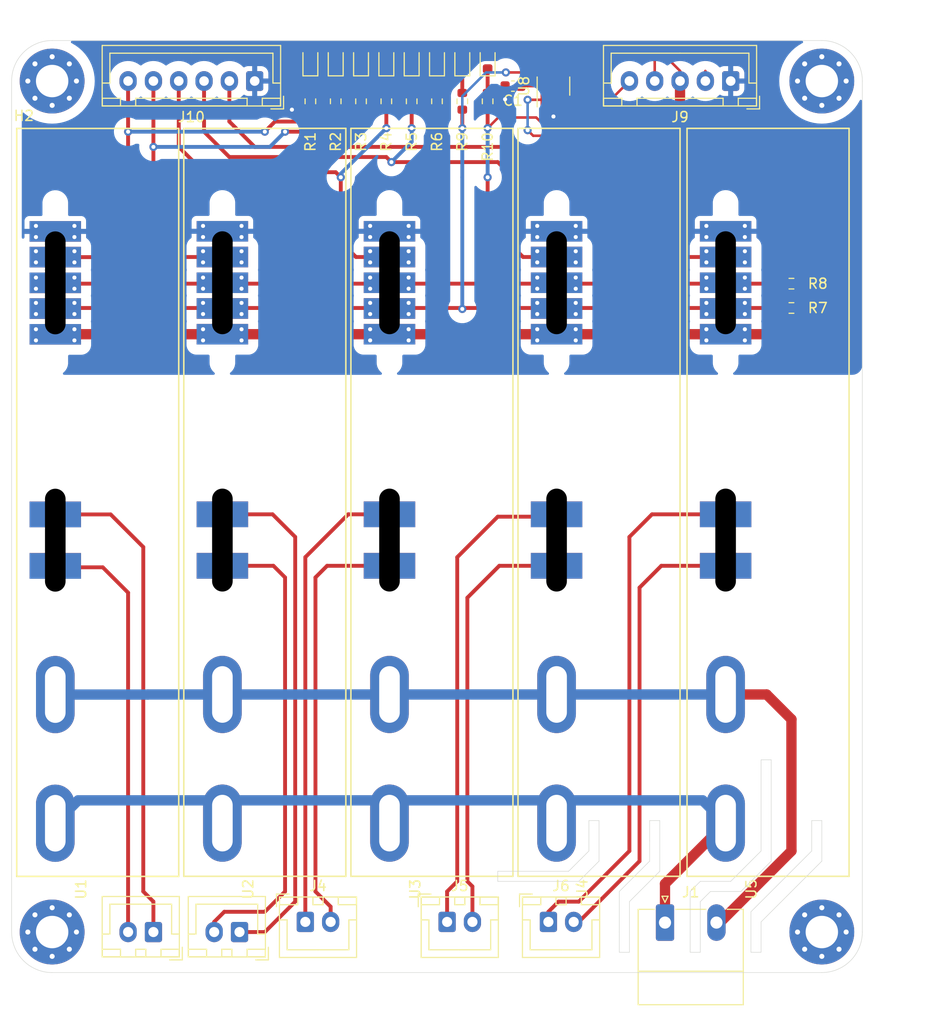
<source format=kicad_pcb>
(kicad_pcb (version 20221018) (generator pcbnew)
  (layers (0 "F.Cu" signal) (31 "B.Cu" signal) (34 "B.Paste" user) (35 "F.Paste" user) (36 "B.SilkS" user "B.Silkscreen") (37 "F.SilkS" user "F.Silkscreen") (38 "B.Mask" user) (39 "F.Mask" user) (44 "Edge.Cuts" user))
  (net 0 "")
  (net 1 "GND")
  (net 2 "+5V")
  (net 3 "+3V3")
  (net 4 "Net-(J3-Pin_1)")
  (net 5 "Net-(J3-Pin_2)")
  (net 6 "Net-(J4-Pin_1)")
  (net 7 "Net-(J1-Pin_1)")
  (net 8 "Net-(D1-K)")
  (net 9 "Net-(D2-K)")
  (net 10 "Net-(D3-K)")
  (net 11 "Net-(D4-K)")
  (net 12 "Net-(D5-K)")
  (net 13 "Net-(D6-K)")
  (net 14 "Net-(J2-Pin_1)")
  (net 15 "Net-(J2-Pin_2)")
  (net 16 "Net-(J4-Pin_2)")
  (net 17 "/TX")
  (net 18 "/RX")
  (net 19 "/BRX")
  (net 20 "/BTX")
  (net 21 "/PPS_2")
  (net 22 "/PPS_3")
  (net 23 "/PPS_1")
  (net 24 "Net-(J1-Pin_2)")
  (net 25 "Net-(J5-Pin_1)")
  (net 26 "Net-(J5-Pin_2)")
  (net 27 "Net-(J6-Pin_1)")
  (net 28 "Net-(J6-Pin_2)")
  (net 29 "/PPS_5")
  (net 30 "/PPS_4")
  (net 31 "Net-(D7-K)")
  (net 32 "Net-(D8-K)")
  (footprint "MountingHole:MountingHole_3.2mm_M3_Pad_Via" (layer "F.Cu") (at 80 -88)
    (fp_text reference "H4" hide)
    (fp_text value "MountingHole" hide)
  )
  (footprint "MountingHole:MountingHole_3.2mm_M3_Pad_Via" (layer "F.Cu") (at 80 -4)
    (fp_text reference "H3" hide)
    (fp_text value "MountingHole")
  )
  (footprint "MountingHole:MountingHole_3.2mm_M3_Pad_Via" (layer "F.Cu") (at 4 -88)
    (fp_text reference "H2")
    (fp_text value "MountingHole")
  )
  (footprint "MountingHole:MountingHole_3.2mm_M3_Pad_Via" (layer "F.Cu") (at 4 -4)
    (fp_text reference "H1" hide)
    (fp_text value "MountingHole")
  )
  (footprint "LED_SMD:LED_0603_1608Metric" (layer "F.Cu") (at 29.5 -90 90)
    (fp_text reference "D1" hide)
    (fp_text value "LED")
  )
  (footprint "Resistor_SMD:R_0603_1608Metric" (layer "F.Cu") (at 32 -86 -90)
    (fp_text reference "R2")
    (fp_text value "R_Small")
  )
  (footprint "Resistor_SMD:R_0603_1608Metric" (layer "F.Cu") (at 44.5 -86 -90)
    (fp_text reference "R9")
    (fp_text value "R_Small")
  )
  (footprint "Connector_JST:JST_XH_B2B-XH-A_1x02_P2.50mm_Vertical" (layer "F.Cu") (at 22.5 -4 180)
    (fp_text reference "J3" hide)
    (fp_text value "Conn_01x04")
  )
  (footprint "Resistor_SMD:R_0603_1608Metric" (layer "F.Cu") (at 29.5 -86 -90)
    (fp_text reference "R1")
    (fp_text value "R_Small")
  )
  (footprint "Connector_JST:JST_XH_B2B-XH-A_1x02_P2.50mm_Vertical" (layer "F.Cu") (at 53 -5)
    (fp_text reference "J6")
    (fp_text value "Conn_01x04")
  )
  (footprint "LED_SMD:LED_0603_1608Metric" (layer "F.Cu") (at 47 -90 90)
    (fp_text reference "D8" hide)
    (fp_text value "LED")
  )
  (footprint "custom:PZEM Card-Socket" (layer "F.Cu") (at 50 -9.5 90)
    (fp_text reference "U4")
    (fp_text value "~")
  )
  (footprint "LED_SMD:LED_0603_1608Metric" (layer "F.Cu") (at 42 -90 90)
    (fp_text reference "D6" hide)
    (fp_text value "LED")
  )
  (footprint "Connector_JST:JST_XH_B2B-XH-A_1x02_P2.50mm_Vertical" (layer "F.Cu") (at 43 -5)
    (fp_text reference "J5")
    (fp_text value "Conn_01x04")
  )
  (footprint "custom:PZEM Card-Socket" (layer "F.Cu") (at 17 -9.5 90)
    (fp_text reference "U2")
    (fp_text value "~")
  )
  (footprint "Connector_JST:JST_XH_B6B-XH-A_1x06_P2.50mm_Vertical" (layer "F.Cu") (at 24 -88 180)
    (fp_text reference "J10")
    (fp_text value "Conn_01x05")
  )
  (footprint "LED_SMD:LED_0603_1608Metric" (layer "F.Cu") (at 32 -90 90)
    (fp_text reference "D2" hide)
    (fp_text value "LED")
  )
  (footprint "LED_SMD:LED_0603_1608Metric" (layer "F.Cu") (at 39.5 -90 90)
    (fp_text reference "D5" hide)
    (fp_text value "LED")
  )
  (footprint "custom:PZEM Card-Socket" (layer "F.Cu") (at 0.5 -9.49 90)
    (fp_text reference "U1")
    (fp_text value "~")
  )
  (footprint "Resistor_SMD:R_0603_1608Metric" (layer "F.Cu") (at 42 -86 -90)
    (fp_text reference "R6")
    (fp_text value "R_Small")
  )
  (footprint "Capacitor_SMD:C_0603_1608Metric" (layer "F.Cu") (at 49.5 -87.5 180)
    (fp_text reference "C1")
    (fp_text value "0.1u")
  )
  (footprint "LED_SMD:LED_0603_1608Metric" (layer "F.Cu") (at 34.5 -90 90)
    (fp_text reference "D3" hide)
    (fp_text value "LED")
  )
  (footprint "Connector_Phoenix_MC_HighVoltage:PhoenixContact_MC_1,5_2-G-5.08_1x02_P5.08mm_Horizontal" (layer "F.Cu") (at 64.515 -4.9325)
    (fp_text reference "J1")
    (fp_text value "Conn_01x02")
  )
  (footprint "Connector_JST:JST_XH_B2B-XH-A_1x02_P2.50mm_Vertical" (layer "F.Cu") (at 14 -4 180)
    (fp_text reference "J2" hide)
    (fp_text value "Conn_01x04")
  )
  (footprint "custom:PZEM Card-Socket" (layer "F.Cu") (at 66.69 -9.5 90)
    (fp_text reference "U5")
    (fp_text value "~")
  )
  (footprint "Connector_JST:JST_XH_B2B-XH-A_1x02_P2.50mm_Vertical" (layer "F.Cu") (at 29 -5)
    (fp_text reference "J4")
    (fp_text value "Conn_01x04")
  )
  (footprint "Resistor_SMD:R_0603_1608Metric" (layer "F.Cu") (at 77 -68 180)
    (fp_text reference "R8")
    (fp_text value "R_Small")
  )
  (footprint "Resistor_SMD:R_0603_1608Metric" (layer "F.Cu") (at 37 -86 -90)
    (fp_text reference "R4")
    (fp_text value "R_Small")
  )
  (footprint "LED_SMD:LED_0603_1608Metric" (layer "F.Cu") (at 37 -90 90)
    (fp_text reference "D4" hide)
    (fp_text value "LED")
  )
  (footprint "Resistor_SMD:R_0603_1608Metric" (layer "F.Cu") (at 34.5 -86 -90)
    (fp_text reference "R3")
    (fp_text value "R_Small")
  )
  (footprint "Resistor_SMD:R_0603_1608Metric" (layer "F.Cu") (at 39.5 -86 -90)
    (fp_text reference "R5")
    (fp_text value "R_Small")
  )
  (footprint "Resistor_SMD:R_0603_1608Metric" (layer "F.Cu") (at 77 -65.6 180)
    (fp_text reference "R7")
    (fp_text value "R_Small")
  )
  (footprint "Package_TO_SOT_SMD:SOT-23-6_Handsoldering" (layer "F.Cu") (at 53.5 -87.5 90)
    (fp_text reference "U8")
    (fp_text value "74AUC2G07")
  )
  (footprint "Connector_JST:JST_XH_B5B-XH-A_1x05_P2.50mm_Vertical" (layer "F.Cu") (at 71 -88 180)
    (fp_text reference "J9")
    (fp_text value "Conn_01x05")
  )
  (footprint "Resistor_SMD:R_0603_1608Metric" (layer "F.Cu") (at 47 -86 -90)
    (fp_text reference "R10")
    (fp_text value "R_Small")
  )
  (footprint "LED_SMD:LED_0603_1608Metric" (layer "F.Cu") (at 44.5 -90 90)
    (fp_text reference "D7" hide)
    (fp_text value "LED")
  )
  (footprint "custom:PZEM Card-Socket" (layer "F.Cu") (at 33.5 -9.5 90)
    (fp_text reference "U3")
    (fp_text value "~")
  )
  (gr_line (start 60 -4) (end 60 -2) (stroke (width 0.05)) (layer "Edge.Cuts"))
  (gr_line (start 58 -11) (end 56 -9) (stroke (width 0.05)) (layer "Edge.Cuts"))
  (gr_line (start 71 -9) (end 68 -9) (stroke (width 0.05)) (layer "Edge.Cuts"))
  (gr_line (start 4 0) (end 80 0) (stroke (width 0.05)) (layer "Edge.Cuts"))
  (gr_line (start 61 -7) (end 64 -10) (stroke (width 0.05)) (layer "Edge.Cuts"))
  (gr_line (start 68 -7) (end 69 -8) (stroke (width 0.05)) (layer "Edge.Cuts"))
  (gr_arc (start 4 0) (mid 1.171573 -1.171573) (end 0 -4) (stroke (width 0.05)) (layer "Edge.Cuts"))
  (gr_line (start 80 -11) (end 80 -15) (stroke (width 0.05)) (layer "Edge.Cuts"))
  (gr_line (start 75 -21) (end 74 -21) (stroke (width 0.05)) (layer "Edge.Cuts"))
  (gr_line (start 61 -2) (end 61 -7) (stroke (width 0.05)) (layer "Edge.Cuts"))
  (gr_line (start 48 -10) (end 48 -9) (stroke (width 0.05)) (layer "Edge.Cuts"))
  (gr_line (start 74 -12) (end 71 -9) (stroke (width 0.05)) (layer "Edge.Cuts"))
  (gr_line (start 79 -14) (end 79 -12) (stroke (width 0.05)) (layer "Edge.Cuts"))
  (gr_line (start 67 -2) (end 68 -2) (stroke (width 0.05)) (layer "Edge.Cuts"))
  (gr_line (start 55 -10) (end 48 -10) (stroke (width 0.05)) (layer "Edge.Cuts"))
  (gr_arc (start 80 -92) (mid 82.828427 -90.828427) (end 84 -88) (stroke (width 0.05)) (layer "Edge.Cuts"))
  (gr_line (start 68 -9) (end 67 -8) (stroke (width 0.05)) (layer "Edge.Cuts"))
  (gr_line (start 60 -8) (end 60 -4) (stroke (width 0.05)) (layer "Edge.Cuts"))
  (gr_line (start 80 -92) (end 4 -92) (stroke (width 0.05)) (layer "Edge.Cuts"))
  (gr_line (start 74 -21) (end 74 -15) (stroke (width 0.05)) (layer "Edge.Cuts"))
  (gr_line (start 74 -2) (end 74 -5) (stroke (width 0.05)) (layer "Edge.Cuts"))
  (gr_line (start 68 -2) (end 68 -7) (stroke (width 0.05)) (layer "Edge.Cuts"))
  (gr_line (start 63 -15) (end 63 -13) (stroke (width 0.05)) (layer "Edge.Cuts"))
  (gr_line (start 57 -15) (end 57 -12) (stroke (width 0.05)) (layer "Edge.Cuts"))
  (gr_line (start 58 -15) (end 57 -15) (stroke (width 0.05)) (layer "Edge.Cuts"))
  (gr_line (start 67 -8) (end 67 -2) (stroke (width 0.05)) (layer "Edge.Cuts"))
  (gr_arc (start 0 -88) (mid 1.171573 -90.828427) (end 4 -92) (stroke (width 0.05)) (layer "Edge.Cuts"))
  (gr_line (start 73 -6) (end 73 -2) (stroke (width 0.05)) (layer "Edge.Cuts"))
  (gr_line (start 74 -15) (end 74 -12) (stroke (width 0.05)) (layer "Edge.Cuts"))
  (gr_line (start 73 -2) (end 74 -2) (stroke (width 0.05)) (layer "Edge.Cuts"))
  (gr_line (start 57 -12) (end 55 -10) (stroke (width 0.05)) (layer "Edge.Cuts"))
  (gr_line (start 60 -2) (end 61 -2) (stroke (width 0.05)) (layer "Edge.Cuts"))
  (gr_arc (start 84 -4) (mid 82.828427 -1.171573) (end 80 0) (stroke (width 0.05)) (layer "Edge.Cuts"))
  (gr_line (start 80 -15) (end 79 -15) (stroke (width 0.05)) (layer "Edge.Cuts"))
  (gr_line (start 84 -4) (end 84 -88) (stroke (width 0.05)) (layer "Edge.Cuts"))
  (gr_line (start 74 -5) (end 80 -11) (stroke (width 0.05)) (layer "Edge.Cuts"))
  (gr_line (start 79 -15) (end 79 -14) (stroke (width 0.05)) (layer "Edge.Cuts"))
  (gr_line (start 69 -8) (end 72 -8) (stroke (width 0.05)) (layer "Edge.Cuts"))
  (gr_line (start 63 -11) (end 60 -8) (stroke (width 0.05)) (layer "Edge.Cuts"))
  (gr_line (start 48 -9) (end 56 -9) (stroke (width 0.05)) (layer "Edge.Cuts"))
  (gr_line (start 64 -10) (end 64 -15) (stroke (width 0.05)) (layer "Edge.Cuts"))
  (gr_line (start 79 -12) (end 73 -6) (stroke (width 0.05)) (layer "Edge.Cuts"))
  (gr_line (start 72 -8) (end 75 -11) (stroke (width 0.05)) (layer "Edge.Cuts"))
  (gr_line (start 58 -11) (end 58 -15) (stroke (width 0.05)) (layer "Edge.Cuts"))
  (gr_line (start 64 -15) (end 63 -15) (stroke (width 0.05)) (layer "Edge.Cuts"))
  (gr_line (start 0 -88) (end 0 -4) (stroke (width 0.05)) (layer "Edge.Cuts"))
  (gr_line (start 75 -11) (end 75 -21) (stroke (width 0.05)) (layer "Edge.Cuts"))
  (gr_line (start 63 -13) (end 63 -11) (stroke (width 0.05)) (layer "Edge.Cuts"))
  (segment (start 29.5 -85.175) (end 27.675 -85.175) (width 0.381) (layer "F.Cu") (net 1))
  (segment (start 48.725 -87.5) (end 48.725 -86.2) (width 0.25) (layer "F.Cu") (net 1))
  (segment (start 53.5 -86.15) (end 53.5 -84.5) (width 0.25) (layer "F.Cu") (net 1))
  (via (at 22.7 -73.7) (size 0.8) (drill 0.4) (layers "F.Cu" "B.Cu") (net 1))
  (via (at 35.4 -72.6) (size 0.8) (drill 0.4) (layers "F.Cu" "B.Cu") (net 1))
  (via (at 55.7 -72.6) (size 0.8) (drill 0.4) (layers "F.Cu" "B.Cu") (net 1))
  (via (at 68.6 -72.6) (size 0.8) (drill 0.4) (layers "F.Cu" "B.Cu") (net 1))
  (via (at 55.7 -73.7) (size 0.8) (drill 0.4) (layers "F.Cu" "B.Cu") (net 1))
  (via (at 72.4 -72.6) (size 0.8) (drill 0.4) (layers "F.Cu" "B.Cu") (net 1))
  (via (at 72.4 -73.7) (size 0.8) (drill 0.4) (layers "F.Cu" "B.Cu") (net 1))
  (via (at 39.2 -73.7) (size 0.8) (drill 0.4) (layers "F.Cu" "B.Cu") (net 1))
  (via (at 51.9 -72.6) (size 0.8) (drill 0.4) (layers "F.Cu" "B.Cu") (net 1))
  (via (at 6.2 -72.6) (size 0.8) (drill 0.4) (layers "F.Cu" "B.Cu") (net 1))
  (via (at 35.4 -73.7) (size 0.8) (drill 0.4) (layers "F.Cu" "B.Cu") (net 1))
  (via (at 27.675 -85.175) (size 0.8) (drill 0.4) (layers "F.Cu" "B.Cu") (net 1))
  (via (at 22.7 -72.6) (size 0.8) (drill 0.4) (layers "F.Cu" "B.Cu") (net 1))
  (via (at 68.6 -73.7) (size 0.8) (drill 0.4) (layers "F.Cu" "B.Cu") (net 1))
  (via (at 2.4 -72.6) (size 0.8) (drill 0.4) (layers "F.Cu" "B.Cu") (net 1))
  (via (at 48.725 -86.2) (size 0.8) (drill 0.4) (layers "F.Cu" "B.Cu") (net 1))
  (via (at 39.2 -72.6) (size 0.8) (drill 0.4) (layers "F.Cu" "B.Cu") (net 1))
  (via (at 53.5 -84.5) (size 0.8) (drill 0.4) (layers "F.Cu" "B.Cu") (net 1))
  (via (at 51.9 -73.7) (size 0.8) (drill 0.4) (layers "F.Cu" "B.Cu") (net 1))
  (via (at 2.4 -73.7) (size 0.8) (drill 0.4) (layers "F.Cu" "B.Cu") (net 1))
  (via (at 18.9 -73.7) (size 0.8) (drill 0.4) (layers "F.Cu" "B.Cu") (net 1))
  (via (at 6.2 -73.7) (size 0.8) (drill 0.4) (layers "F.Cu" "B.Cu") (net 1))
  (via (at 18.9 -72.6) (size 0.8) (drill 0.4) (layers "F.Cu" "B.Cu") (net 1))
  (segment (start 4 -63.01) (end 70.5 -63.01) (width 1.016) (layer "F.Cu") (net 2))
  (segment (start 81 -65) (end 81 -75) (width 1.016) (layer "F.Cu") (net 2))
  (segment (start 47 -90.7875) (end 56.8875 -90.7875) (width 0.25) (layer "F.Cu") (net 2))
  (segment (start 29.5 -90.7875) (end 47 -90.7875) (width 0.25) (layer "F.Cu") (net 2))
  (segment (start 77.825 -63.335) (end 77.5 -63.01) (width 0.381) (layer "F.Cu") (net 2))
  (segment (start 53.25 -87.5) (end 50.275 -87.5) (width 0.25) (layer "F.Cu") (net 2))
  (segment (start 81 -75) (end 75 -81) (width 1.016) (layer "F.Cu") (net 2))
  (segment (start 75 -81) (end 69 -81) (width 1.016) (layer "F.Cu") (net 2))
  (segment (start 77.825 -65.6) (end 77.825 -68) (width 0.25) (layer "F.Cu") (net 2))
  (segment (start 53.5 -88.85) (end 53.5 -90.7875) (width 0.25) (layer "F.Cu") (net 2))
  (segment (start 53.5 -88.85) (end 53.5 -87.75) (width 0.25) (layer "F.Cu") (net 2))
  (segment (start 77.825 -65.6) (end 77.825 -63.335) (width 0.381) (layer "F.Cu") (net 2))
  (segment (start 63.5 -91.5) (end 66 -89) (width 0.25) (layer "F.Cu") (net 2))
  (segment (start 57.6 -91.5) (end 63.5 -91.5) (width 0.25) (layer "F.Cu") (net 2))
  (segment (start 53.5 -87.75) (end 53.25 -87.5) (width 0.25) (layer "F.Cu") (net 2))
  (segment (start 77.5 -63.01) (end 79.01 -63.01) (width 1.016) (layer "F.Cu") (net 2))
  (segment (start 72.274 -63.01) (end 77.5 -63.01) (width 1.016) (layer "F.Cu") (net 2))
  (segment (start 66 -84) (end 66 -88) (width 1.016) (layer "F.Cu") (net 2))
  (segment (start 56.8875 -90.7875) (end 57.6 -91.5) (width 0.25) (layer "F.Cu") (net 2))
  (segment (start 66 -89) (end 66 -88) (width 0.25) (layer "F.Cu") (net 2))
  (segment (start 79.01 -63.01) (end 81 -65) (width 1.016) (layer "F.Cu") (net 2))
  (segment (start 69 -81) (end 66 -84) (width 1.016) (layer "F.Cu") (net 2))
  (via (at 72.4 -63.5) (size 0.8) (drill 0.4) (layers "F.Cu" "B.Cu") (net 2))
  (via (at 39.2 -62.4) (size 0.8) (drill 0.4) (layers "F.Cu" "B.Cu") (net 2))
  (via (at 6.2 -63.5) (size 0.8) (drill 0.4) (layers "F.Cu" "B.Cu") (net 2))
  (via (at 6.2 -62.4) (size 0.8) (drill 0.4) (layers "F.Cu" "B.Cu") (net 2))
  (via (at 22.7 -63.5) (size 0.8) (drill 0.4) (layers "F.Cu" "B.Cu") (net 2))
  (via (at 2.4 -63.5) (size 0.8) (drill 0.4) (layers "F.Cu" "B.Cu") (net 2))
  (via (at 55.7 -62.4) (size 0.8) (drill 0.4) (layers "F.Cu" "B.Cu") (net 2))
  (via (at 55.7 -63.5) (size 0.8) (drill 0.4) (layers "F.Cu" "B.Cu") (net 2))
  (via (at 39.2 -63.5) (size 0.8) (drill 0.4) (layers "F.Cu" "B.Cu") (net 2))
  (via (at 68.6 -63.5) (size 0.8) (drill 0.4) (layers "F.Cu" "B.Cu") (net 2))
  (via (at 2.4 -62.4) (size 0.8) (drill 0.4) (layers "F.Cu" "B.Cu") (net 2))
  (via (at 68.6 -62.4) (size 0.8) (drill 0.4) (layers "F.Cu" "B.Cu") (net 2))
  (via (at 18.9 -63.5) (size 0.8) (drill 0.4) (layers "F.Cu" "B.Cu") (net 2))
  (via (at 51.9 -63.5) (size 0.8) (drill 0.4) (layers "F.Cu" "B.Cu") (net 2))
  (via (at 22.7 -62.4) (size 0.8) (drill 0.4) (layers "F.Cu" "B.Cu") (net 2))
  (via (at 72.4 -62.4) (size 0.8) (drill 0.4) (layers "F.Cu" "B.Cu") (net 2))
  (via (at 35.4 -62.4) (size 0.8) (drill 0.4) (layers "F.Cu" "B.Cu") (net 2))
  (via (at 18.9 -62.4) (size 0.8) (drill 0.4) (layers "F.Cu" "B.Cu") (net 2))
  (via (at 51.9 -62.4) (size 0.8) (drill 0.4) (layers "F.Cu" "B.Cu") (net 2))
  (via (at 35.4 -63.5) (size 0.8) (drill 0.4) (layers "F.Cu" "B.Cu") (net 2))
  (segment (start 68.5 -89) (end 68.5 -88) (width 0.25) (layer "F.Cu") (net 3))
  (segment (start 25.77 -45.23) (end 22.2665 -45.23) (width 0.381) (layer "F.Cu") (net 4))
  (segment (start 28 -7) (end 28 -43) (width 0.381) (layer "F.Cu") (net 4))
  (segment (start 25 -4) (end 28 -7) (width 0.381) (layer "F.Cu") (net 4))
  (segment (start 28 -43) (end 25.77 -45.23) (width 0.381) (layer "F.Cu") (net 4))
  (segment (start 22.5 -4) (end 25 -4) (width 0.381) (layer "F.Cu") (net 4))
  (segment (start 27 -8) (end 25 -6) (width 0.381) (layer "F.Cu") (net 5))
  (segment (start 25.85 -40.15) (end 27 -39) (width 0.381) (layer "F.Cu") (net 5))
  (segment (start 20 -5) (end 20 -4) (width 0.381) (layer "F.Cu") (net 5))
  (segment (start 21 -6) (end 20 -5) (width 0.381) (layer "F.Cu") (net 5))
  (segment (start 22.2665 -40.15) (end 25.85 -40.15) (width 0.381) (layer "F.Cu") (net 5))
  (segment (start 25 -6) (end 21 -6) (width 0.381) (layer "F.Cu") (net 5))
  (segment (start 27 -39) (end 27 -8) (width 0.381) (layer "F.Cu") (net 5))
  (segment (start 29 -41) (end 33.23 -45.23) (width 0.381) (layer "F.Cu") (net 6))
  (segment (start 29 -5) (end 29 -41) (width 0.381) (layer "F.Cu") (net 6))
  (segment (start 33.23 -45.23) (end 35.8535 -45.23) (width 0.381) (layer "F.Cu") (net 6))
  (segment (start 70.5 -14.75) (end 64.515 -8.765) (width 1.016) (layer "F.Cu") (net 7))
  (segment (start 64.515 -8.765) (end 64.515 -4.9325) (width 1.016) (layer "F.Cu") (net 7))
  (segment (start 6.57 -17) (end 68.23 -17) (width 1.016) (layer "B.Cu") (net 7))
  (segment (start 69.595 -13.845) (end 70.5 -14.75) (width 0.635) (layer "B.Cu") (net 7))
  (segment (start 68.23 -17) (end 70.49 -14.74) (width 1.016) (layer "B.Cu") (net 7))
  (segment (start 4.31 -14.74) (end 6.57 -17) (width 1.016) (layer "B.Cu") (net 7))
  (segment (start 70.49 -14.74) (end 70.5 -14.75) (width 0.635) (layer "B.Cu") (net 7))
  (segment (start 29.5 -86.825) (end 29.5 -89.2125) (width 0.381) (layer "F.Cu") (net 8))
  (segment (start 32 -89.2125) (end 32 -86.825) (width 0.381) (layer "F.Cu") (net 9))
  (segment (start 34.5 -86.825) (end 34.5 -89.2125) (width 0.381) (layer "F.Cu") (net 10))
  (segment (start 37 -89.2125) (end 37 -86.825) (width 0.381) (layer "F.Cu") (net 11))
  (segment (start 39.5 -89.2125) (end 39.5 -86.825) (width 0.381) (layer "F.Cu") (net 12))
  (segment (start 42 -89.2125) (end 42 -86.825) (width 0.381) (layer "F.Cu") (net 13))
  (segment (start 14 -7) (end 13 -8) (width 0.381) (layer "F.Cu") (net 14))
  (segment (start 13 -42) (end 9.78 -45.22) (width 0.381) (layer "F.Cu") (net 14))
  (segment (start 14 -4) (end 14 -7) (width 0.381) (layer "F.Cu") (net 14))
  (segment (start 9.78 -45.22) (end 5.7665 -45.22) (width 0.381) (layer "F.Cu") (net 14))
  (segment (start 13 -8) (end 13 -42) (width 0.381) (layer "F.Cu") (net 14))
  (segment (start 5.7665 -40) (end 5.7665 -40.14) (width 0.381) (layer "F.Cu") (net 15))
  (segment (start 11.5 -4) (end 11.5 -37.5) (width 0.381) (layer "F.Cu") (net 15))
  (segment (start 9 -40) (end 5.7665 -40) (width 0.381) (layer "F.Cu") (net 15))
  (segment (start 11.5 -37.5) (end 9 -40) (width 0.381) (layer "F.Cu") (net 15))
  (segment (start 31.5 -6.5) (end 30 -8) (width 0.381) (layer "F.Cu") (net 16))
  (segment (start 31.15 -40.15) (end 35.8535 -40.15) (width 0.381) (layer "F.Cu") (net 16))
  (segment (start 30 -8) (end 30 -39) (width 0.381) (layer "F.Cu") (net 16))
  (segment (start 31.5 -5) (end 31.5 -6.5) (width 0.381) (layer "F.Cu") (net 16))
  (segment (start 30 -39) (end 31.15 -40.15) (width 0.381) (layer "F.Cu") (net 16))
  (segment (start 63.5 -88) (end 63.5 -90) (width 0.25) (layer "F.Cu") (net 17))
  (segment (start 59.5 -90.5) (end 63 -90.5) (width 0.25) (layer "F.Cu") (net 17))
  (segment (start 58.5 -90.5) (end 59.5 -90.5) (width 0.25) (layer "F.Cu") (net 17))
  (segment (start 63.5 -90) (end 63 -90.5) (width 0.25) (layer "F.Cu") (net 17))
  (segment (start 56.85 -88.85) (end 58.5 -90.5) (width 0.25) (layer "F.Cu") (net 17))
  (segment (start 54.45 -88.85) (end 56.85 -88.85) (width 0.25) (layer "F.Cu") (net 17))
  (segment (start 55.6 -82.6) (end 57.375 -84.375) (width 0.25) (layer "F.Cu") (net 18))
  (segment (start 57 -84) (end 57.375 -84.375) (width 0.25) (layer "F.Cu") (net 18))
  (segment (start 52.55 -86.15) (end 50.95 -86.15) (width 0.25) (layer "F.Cu") (net 18))
  (segment (start 50.95 -83.15) (end 51.5 -82.6) (width 0.25) (layer "F.Cu") (net 18))
  (segment (start 51.5 -82.6) (end 55.6 -82.6) (width 0.25) (layer "F.Cu") (net 18))
  (segment (start 57.375 -84.375) (end 61 -88) (width 0.25) (layer "F.Cu") (net 18))
  (via (at 50.95 -83.15) (size 0.8) (drill 0.4) (layers "F.Cu" "B.Cu") (net 18))
  (via (at 50.95 -86.15) (size 0.8) (drill 0.4) (layers "F.Cu" "B.Cu") (net 18))
  (segment (start 50.95 -86.15) (end 50.95 -83.15) (width 0.25) (layer "B.Cu") (net 18))
  (segment (start 44.5 -85.175) (end 44.5 -83.35) (width 0.381) (layer "F.Cu") (net 19))
  (segment (start 3.675 -65.6) (end 76.175 -65.6) (width 0.381) (layer "F.Cu") (net 19))
  (segment (start 52.55 -88.85) (end 48.8 -88.85) (width 0.25) (layer "F.Cu") (net 19))
  (via (at 44.5 -65.5) (size 0.8) (drill 0.4) (layers "F.Cu" "B.Cu") (net 19))
  (via (at 18.9 -65) (size 0.8) (drill 0.4) (layers "F.Cu" "B.Cu") (net 19))
  (via (at 2.4 -66.1) (size 0.8) (drill 0.4) (layers "F.Cu" "B.Cu") (net 19))
  (via (at 35.4 -66.1) (size 0.8) (drill 0.4) (layers "F.Cu" "B.Cu") (net 19))
  (via (at 39.2 -66.1) (size 0.8) (drill 0.4) (layers "F.Cu" "B.Cu") (net 19))
  (via (at 35.4 -65) (size 0.8) (drill 0.4) (layers "F.Cu" "B.Cu") (net 19))
  (via (at 22.7 -66.1) (size 0.8) (drill 0.4) (layers "F.Cu" "B.Cu") (net 19))
  (via (at 72.4 -66.1) (size 0.8) (drill 0.4) (layers "F.Cu" "B.Cu") (net 19))
  (via (at 51.9 -65) (size 0.8) (drill 0.4) (layers "F.Cu" "B.Cu") (net 19))
  (via (at 55.7 -66.1) (size 0.8) (drill 0.4) (layers "F.Cu" "B.Cu") (net 19))
  (via (at 72.4 -65) (size 0.8) (drill 0.4) (layers "F.Cu" "B.Cu") (net 19))
  (via (at 68.6 -65) (size 0.8) (drill 0.4) (layers "F.Cu" "B.Cu") (net 19))
  (via (at 18.9 -66.1) (size 0.8) (drill 0.4) (layers "F.Cu" "B.Cu") (net 19))
  (via (at 55.7 -65) (size 0.8) (drill 0.4) (layers "F.Cu" "B.Cu") (net 19))
  (via (at 39.2 -65) (size 0.8) (drill 0.4) (layers "F.Cu" "B.Cu") (net 19))
  (via (at 22.7 -65) (size 0.8) (drill 0.4) (layers "F.Cu" "B.Cu") (net 19))
  (via (at 51.9 -66.1) (size 0.8) (drill 0.4) (layers "F.Cu" "B.Cu") (net 19))
  (via (at 44.5 -83.35) (size 0.8) (drill 0.4) (layers "F.Cu" "B.Cu") (net 19))
  (via (at 48.8 -88.85) (size 0.8) (drill 0.4) (layers "F.Cu" "B.Cu") (net 19))
  (via (at 6.2 -65) (size 0.8) (drill 0.4) (layers "F.Cu" "B.Cu") (net 19))
  (via (at 68.6 -66.1) (size 0.8) (drill 0.4) (layers "F.Cu" "B.Cu") (net 19))
  (via (at 2.4 -65) (size 0.8) (drill 0.4) (layers "F.Cu" "B.Cu") (net 19))
  (via (at 6.2 -66.1) (size 0.8) (drill 0.4) (layers "F.Cu" "B.Cu") (net 19))
  (segment (start 44.5 -83.35) (end 44.5 -78.5) (width 0.381) (layer "B.Cu") (net 19))
  (segment (start 44.5 -86.5) (end 44.5 -83.35) (width 0.25) (layer "B.Cu") (net 19))
  (segment (start 46.85 -88.85) (end 44.5 -86.5) (width 0.25) (layer "B.Cu") (net 19))
  (segment (start 44.5 -78.5) (end 44.5 -65.5) (width 0.381) (layer "B.Cu") (net 19))
  (segment (start 48.8 -88.85) (end 46.85 -88.85) (width 0.25) (layer "B.Cu") (net 19))
  (segment (start 3.675 -68) (end 47 -68) (width 0.381) (layer "F.Cu") (net 20))
  (segment (start 51.8 -84.4) (end 48.05 -84.4) (width 0.25) (layer "F.Cu") (net 20))
  (segment (start 47 -85.175) (end 47 -83.35) (width 0.381) (layer "F.Cu") (net 20))
  (segment (start 48.05 -84.4) (end 47 -83.35) (width 0.25) (layer "F.Cu") (net 20))
  (segment (start 54.45 -86.15) (end 54.45 -84.05) (width 0.25) (layer "F.Cu") (net 20))
  (segment (start 47 -68) (end 76.175 -68) (width 0.381) (layer "F.Cu") (net 20))
  (segment (start 52.8 -83.4) (end 51.8 -84.4) (width 0.25) (layer "F.Cu") (net 20))
  (segment (start 47 -78.5) (end 47 -68) (width 0.381) (layer "F.Cu") (net 20))
  (segment (start 54.45 -84.05) (end 53.8 -83.4) (width 0.25) (layer "F.Cu") (net 20))
  (segment (start 53.8 -83.4) (end 52.8 -83.4) (width 0.25) (layer "F.Cu") (net 20))
  (via (at 18.9 -68.6) (size 0.8) (drill 0.4) (layers "F.Cu" "B.Cu") (net 20))
  (via (at 47 -83.35) (size 0.8) (drill 0.4) (layers "F.Cu" "B.Cu") (net 20))
  (via (at 51.9 -68.6) (size 0.8) (drill 0.4) (layers "F.Cu" "B.Cu") (net 20))
  (via (at 72.4 -68.6) (size 0.8) (drill 0.4) (layers "F.Cu" "B.Cu") (net 20))
  (via (at 2.4 -67.5) (size 0.8) (drill 0.4) (layers "F.Cu" "B.Cu") (net 20))
  (via (at 2.4 -68.6) (size 0.8) (drill 0.4) (layers "F.Cu" "B.Cu") (net 20))
  (via (at 55.7 -67.5) (size 0.8) (drill 0.4) (layers "F.Cu" "B.Cu") (net 20))
  (via (at 18.9 -67.5) (size 0.8) (drill 0.4) (layers "F.Cu" "B.Cu") (net 20))
  (via (at 47 -78.5) (size 0.8) (drill 0.4) (layers "F.Cu" "B.Cu") (net 20))
  (via (at 68.6 -67.5) (size 0.8) (drill 0.4) (layers "F.Cu" "B.Cu") (net 20))
  (via (at 51.9 -67.5) (size 0.8) (drill 0.4) (layers "F.Cu" "B.Cu") (net 20))
  (via (at 72.4 -67.5) (size 0.8) (drill 0.4) (layers "F.Cu" "B.Cu") (net 20))
  (via (at 39.2 -67.5) (size 0.8) (drill 0.4) (layers "F.Cu" "B.Cu") (net 20))
  (via (at 22.7 -68.6) (size 0.8) (drill 0.4) (layers "F.Cu" "B.Cu") (net 20))
  (via (at 35.4 -67.5) (size 0.8) (drill 0.4) (layers "F.Cu" "B.Cu") (net 20))
  (via (at 39.2 -68.6) (size 0.8) (drill 0.4) (layers "F.Cu" "B.Cu") (net 20))
  (via (at 35.4 -68.6) (size 0.8) (drill 0.4) (layers "F.Cu" "B.Cu") (net 20))
  (via (at 68.6 -68.6) (size 0.8) (drill 0.4) (layers "F.Cu" "B.Cu") (net 20))
  (via (at 55.7 -68.6) (size 0.8) (drill 0.4) (layers "F.Cu" "B.Cu") (net 20))
  (via (at 6.2 -67.5) (size 0.8) (drill 0.4) (layers "F.Cu" "B.Cu") (net 20))
  (via (at 22.7 -67.5) (size 0.8) (drill 0.4) (layers "F.Cu" "B.Cu") (net 20))
  (via (at 6.2 -68.6) (size 0.8) (drill 0.4) (layers "F.Cu" "B.Cu") (net 20))
  (segment (start 47 -83.35) (end 47 -78.5) (width 0.381) (layer "B.Cu") (net 20))
  (segment (start 34.5 -84.5) (end 33 -83) (width 0.381) (layer "F.Cu") (net 21))
  (segment (start 14 -73) (end 16.37 -70.63) (width 0.381) (layer "F.Cu") (net 21))
  (segment (start 34.5 -85.175) (end 34.5 -84.5) (width 0.381) (layer "F.Cu") (net 21))
  (segment (start 16.37 -70.63) (end 19.3535 -70.63) (width 0.381) (layer "F.Cu") (net 21))
  (segment (start 33 -83) (end 27 -83) (width 0.381) (layer "F.Cu") (net 21))
  (segment (start 14 -88) (end 14 -73) (width 0.381) (layer "F.Cu") (net 21))
  (via (at 18.9 -70.1) (size 0.8) (drill 0.4) (layers "F.Cu" "B.Cu") (net 21))
  (via (at 22.7 -70.1) (size 0.8) (drill 0.4) (layers "F.Cu" "B.Cu") (net 21))
  (via (at 22.7 -71.2) (size 0.8) (drill 0.4) (layers "F.Cu" "B.Cu") (net 21))
  (via (at 27 -83) (size 0.8) (drill 0.4) (layers "F.Cu" "B.Cu") (net 21))
  (via (at 18.9 -71.2) (size 0.8) (drill 0.4) (layers "F.Cu" "B.Cu") (net 21))
  (via (at 14 -81.5) (size 0.8) (drill 0.4) (layers "F.Cu" "B.Cu") (net 21))
  (segment (start 27 -83) (end 25.5 -81.5) (width 0.381) (layer "B.Cu") (net 21))
  (segment (start 25.5 -81.5) (end 23.5 -81.5) (width 0.381) (layer "B.Cu") (net 21))
  (segment (start 23.5 -81.5) (end 14 -81.5) (width 0.381) (layer "B.Cu") (net 21))
  (segment (start 19 -79) (end 16.5 -81.5) (width 0.381) (layer "F.Cu") (net 22))
  (segment (start 32.5 -72.13) (end 34 -70.63) (width 0.381) (layer "F.Cu") (net 22))
  (segment (start 37 -85.175) (end 37 -83.35) (width 0.381) (layer "F.Cu") (net 22))
  (segment (start 32 -79) (end 19 -79) (width 0.381) (layer "F.Cu") (net 22))
  (segment (start 16.5 -81.5) (end 16.5 -88) (width 0.381) (layer "F.Cu") (net 22))
  (segment (start 32.5 -78.5) (end 32 -79) (width 0.381) (layer "F.Cu") (net 22))
  (segment (start 32.5 -78.5) (end 32.5 -72.13) (width 0.381) (layer "F.Cu") (net 22))
  (segment (start 34 -70.63) (end 35.8535 -70.63) (width 0.381) (layer "F.Cu") (net 22))
  (via (at 32.5 -78.5) (size 0.8) (drill 0.4) (layers "F.Cu" "B.Cu") (net 22))
  (via (at 39.2 -70.1) (size 0.8) (drill 0.4) (layers "F.Cu" "B.Cu") (net 22))
  (via (at 37 -83.35) (size 0.8) (drill 0.4) (layers "F.Cu" "B.Cu") (net 22))
  (via (at 39.2 -71.2) (size 0.8) (drill 0.4) (layers "F.Cu" "B.Cu") (net 22))
  (via (at 35.4 -70.1) (size 0.8) (drill 0.4) (layers "F.Cu" "B.Cu") (net 22))
  (via (at 35.4 -71.2) (size 0.8) (drill 0.4) (layers "F.Cu" "B.Cu") (net 22))
  (segment (start 32.5 -78.85) (end 37 -83.35) (width 0.381) (layer "B.Cu") (net 22))
  (segment (start 32.5 -78.5) (end 32.5 -78.85) (width 0.381) (layer "B.Cu") (net 22))
  (segment (start 31.5 -84) (end 26 -84) (width 0.381) (layer "F.Cu") (net 23))
  (segment (start 11.5 -74) (end 8.12 -70.62) (width 0.381) (layer "F.Cu") (net 23))
  (segment (start 26 -84) (end 25 -83) (width 0.381) (layer "F.Cu") (net 23))
  (segment (start 32 -84.5) (end 31.5 -84) (width 0.381) (layer "F.Cu") (net 23))
  (segment (start 11.5 -88) (end 11.5 -74) (width 0.381) (layer "F.Cu") (net 23))
  (segment (start 8.12 -70.62) (end 5.7665 -70.62) (width 0.381) (layer "F.Cu") (net 23))
  (segment (start 32 -85.175) (end 32 -84.5) (width 0.381) (layer "F.Cu") (net 23))
  (via (at 11.5 -83) (size 0.8) (drill 0.4) (layers "F.Cu" "B.Cu") (net 23))
  (via (at 25 -83) (size 0.8) (drill 0.4) (layers "F.Cu" "B.Cu") (net 23))
  (via (at 6.2 -70.1) (size 0.8) (drill 0.4) (layers "F.Cu" "B.Cu") (net 23))
  (via (at 6.2 -71.2) (size 0.8) (drill 0.4) (layers "F.Cu" "B.Cu") (net 23))
  (via (at 2.4 -70.1) (size 0.8) (drill 0.4) (layers "F.Cu" "B.Cu") (net 23))
  (via (at 2.4 -71.2) (size 0.8) (drill 0.4) (layers "F.Cu" "B.Cu") (net 23))
  (segment (start 25 -83) (end 11.5 -83) (width 0.381) (layer "B.Cu") (net 23))
  (segment (start 77 -12) (end 77 -25) (width 1.016) (layer "F.Cu") (net 24))
  (segment (start 74.55 -27.45) (end 70.5 -27.45) (width 1.016) (layer "F.Cu") (net 24))
  (segment (start 69.595 -4.9325) (end 69.9325 -4.9325) (width 1.016) (layer "F.Cu") (net 24))
  (segment (start 69.9325 -4.9325) (end 77 -12) (width 1.016) (layer "F.Cu") (net 24))
  (segment (start 77 -25) (end 74.55 -27.45) (width 1.016) (layer "F.Cu") (net 24))
  (segment (start 4.31 -27.44) (end 13.446889 -27.44) (width 1.016) (layer "B.Cu") (net 24))
  (segment (start 13.456889 -27.45) (end 70.5 -27.45) (width 1.016) (layer "B.Cu") (net 24))
  (segment (start 13.446889 -27.44) (end 13.456889 -27.45) (width 0.635) (layer "B.Cu") (net 24))
  (segment (start 44 -41) (end 48 -45) (width 0.381) (layer "F.Cu") (net 25))
  (segment (start 52.3535 -45) (end 52.3535 -45.23) (width 0.381) (layer "F.Cu") (net 25))
  (segment (start 44 -9) (end 43 -8) (width 0.381) (layer "F.Cu") (net 25))
  (segment (start 44 -9) (end 44 -41) (width 0.381) (layer "F.Cu") (net 25))
  (segment (start 48 -45) (end 52.3535 -45) (width 0.381) (layer "F.Cu") (net 25))
  (segment (start 43 -8) (end 43 -5) (width 0.381) (layer "F.Cu") (net 25))
  (segment (start 45.5 -8.5) (end 45.5 -5) (width 0.381) (layer "F.Cu") (net 26))
  (segment (start 45 -9) (end 45 -37) (width 0.381) (layer "F.Cu") (net 26))
  (segment (start 45 -37) (end 48.15 -40.15) (width 0.381) (layer "F.Cu") (net 26))
  (segment (start 45 -9) (end 45.5 -8.5) (width 0.381) (layer "F.Cu") (net 26))
  (segment (start 48.15 -40.15) (end 52.3535 -40.15) (width 0.381) (layer "F.Cu") (net 26))
  (segment (start 61 -12) (end 61 -43) (width 0.381) (layer "F.Cu") (net 27))
  (segment (start 63.23 -45.23) (end 69.0435 -45.23) (width 0.381) (layer "F.Cu") (net 27))
  (segment (start 53 -5) (end 53 -6) (width 0.381) (layer "F.Cu") (net 27))
  (segment (start 54 -7) (end 56 -7) (width 0.381) (layer "F.Cu") (net 27))
  (segment (start 61 -43) (end 63.23 -45.23) (width 0.381) (layer "F.Cu") (net 27))
  (segment (start 56 -7) (end 61 -12) (width 0.381) (layer "F.Cu") (net 27))
  (segment (start 53 -6) (end 54 -7) (width 0.381) (layer "F.Cu") (net 27))
  (segment (start 56 -5) (end 62 -11) (width 0.381) (layer "F.Cu") (net 28))
  (segment (start 64.15 -40.15) (end 69.0435 -40.15) (width 0.381) (layer "F.Cu") (net 28))
  (segment (start 62 -38) (end 64.15 -40.15) (width 0.381) (layer "F.Cu") (net 28))
  (segment (start 62 -11) (end 62 -38) (width 0.381) (layer "F.Cu") (net 28))
  (segment (start 55.5 -5) (end 56 -5) (width 0.381) (layer "F.Cu") (net 28))
  (segment (start 64.87 -70.63) (end 69.0435 -70.63) (width 0.381) (layer "F.Cu") (net 29))
  (segment (start 47 -81.5) (end 54 -81.5) (width 0.381) (layer "F.Cu") (net 29))
  (segment (start 54 -81.5) (end 64.87 -70.63) (width 0.381) (layer "F.Cu") (net 29))
  (segment (start 21.5 -88) (end 21.5 -84) (width 0.381) (layer "F.Cu") (net 29))
  (segment (start 42 -85.175) (end 42 -81.5) (width 0.381) (layer "F.Cu") (net 29))
  (segment (start 21.5 -84) (end 24 -81.5) (width 0.381) (layer "F.Cu") (net 29))
  (segment (start 24 -81.5) (end 42 -81.5) (width 0.381) (layer "F.Cu") (net 29))
  (segment (start 42 -81.5) (end 47 -81.5) (width 0.381) (layer "F.Cu") (net 29))
  (via (at 72.4 -70.1) (size 0.8) (drill 0.4) (layers "F.Cu" "B.Cu") (net 29))
  (via (at 72.4 -71.2) (size 0.8) (drill 0.4) (layers "F.Cu" "B.Cu") (net 29))
  (via (at 68.6 -71.2) (size 0.8) (drill 0.4) (layers "F.Cu" "B.Cu") (net 29))
  (via (at 68.6 -70.1) (size 0.8) (drill 0.4) (layers "F.Cu" "B.Cu") (net 29))
  (segment (start 19 -83) (end 21.5 -80.5) (width 0.381) (layer "F.Cu") (net 30))
  (segment (start 50 -71.13) (end 50.5 -70.63) (width 0.381) (layer "F.Cu") (net 30))
  (segment (start 37.5 -80) (end 48 -80) (width 0.381) (layer "F.Cu") (net 30))
  (segment (start 21.5 -80.5) (end 37 -80.5) (width 0.381) (layer "F.Cu") (net 30))
  (segment (start 37 -80.5) (end 37.5 -80) (width 0.381) (layer "F.Cu") (net 30))
  (segment (start 39.5 -85.175) (end 39.5 -83.35) (width 0.381) (layer "F.Cu") (net 30))
  (segment (start 50.5 -70.63) (end 52.3535 -70.63) (width 0.381) (layer "F.Cu") (net 30))
  (segment (start 50 -78) (end 50 -71.13) (width 0.381) (layer "F.Cu") (net 30))
  (segment (start 19 -88) (end 19 -83) (width 0.381) (layer "F.Cu") (net 30))
  (segment (start 48 -80) (end 50 -78) (width 0.381) (layer "F.Cu") (net 30))
  (via (at 51.9 -71.2) (size 0.8) (drill 0.4) (layers "F.Cu" "B.Cu") (net 30))
  (via (at 39.5 -83.35) (size 0.8) (drill 0.4) (layers "F.Cu" "B.Cu") (net 30))
  (via (at 37.5 -80) (size 0.8) (drill 0.4) (layers "F.Cu" "B.Cu") (net 30))
  (via (at 55.7 -70.1) (size 0.8) (drill 0.4) (layers "F.Cu" "B.Cu") (net 30))
  (via (at 55.7 -71.2) (size 0.8) (drill 0.4) (layers "F.Cu" "B.Cu") (net 30))
  (via (at 51.9 -70.1) (size 0.8) (drill 0.4) (layers "F.Cu" "B.Cu") (net 30))
  (segment (start 39.5 -83.35) (end 39.5 -82) (width 0.381) (layer "B.Cu") (net 30))
  (segment (start 39.5 -82) (end 37.5 -80) (width 0.381) (layer "B.Cu") (net 30))
  (segment (start 44.5 -89.2125) (end 44.5 -86.825) (width 0.381) (layer "F.Cu") (net 31))
  (segment (start 47 -89.2125) (end 47 -86.825) (width 0.381) (layer "F.Cu") (net 32))
  (zone locked (net 1) (net_name "GND") (layer "B.Cu") (connect_pads (clearance 1)) (min_thickness 0.25) (fill yes (thermal_gap 0.5) (thermal_bridge_width 0.5) (smoothing fillet) (radius 1))
    (polygon (pts (xy 91 -96) (xy 91 -59) (xy 1 -59) (xy 1 -96)))
  )
)
</source>
